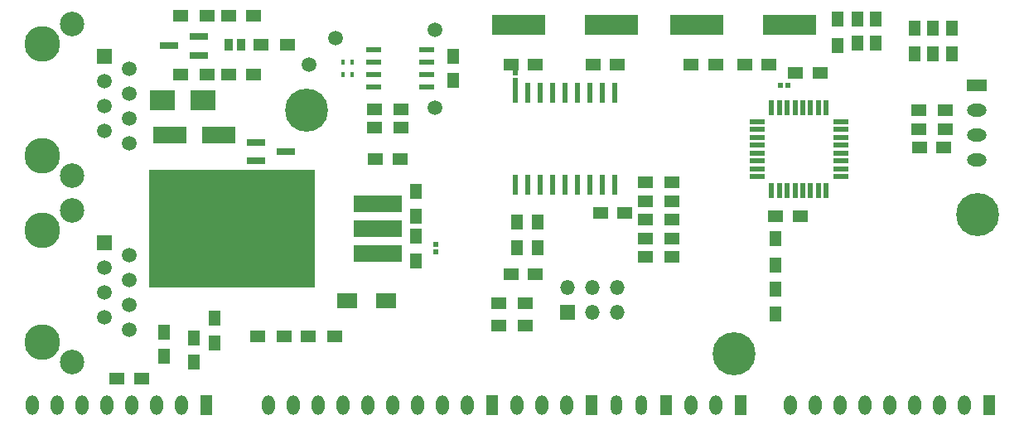
<source format=gbr>
G04 #@! TF.GenerationSoftware,KiCad,Pcbnew,(5.0.0-rc2-dev-495-g4202bb6af)*
G04 #@! TF.CreationDate,2018-05-11T16:10:11-03:00*
G04 #@! TF.ProjectId,atmega_can_shield,61746D6567615F63616E5F736869656C,rev?*
G04 #@! TF.SameCoordinates,PX6a95280PY3efb0c0*
G04 #@! TF.FileFunction,Soldermask,Top*
G04 #@! TF.FilePolarity,Negative*
%FSLAX46Y46*%
G04 Gerber Fmt 4.6, Leading zero omitted, Abs format (unit mm)*
G04 Created by KiCad (PCBNEW (5.0.0-rc2-dev-495-g4202bb6af)) date Fri May 11 16:10:11 2018*
%MOMM*%
%LPD*%
G01*
G04 APERTURE LIST*
%ADD10R,17.000000X12.000000*%
%ADD11R,5.000000X1.800000*%
%ADD12R,0.400000X0.600000*%
%ADD13C,0.700000*%
%ADD14C,4.400000*%
%ADD15R,5.500000X2.000000*%
%ADD16R,0.600000X2.000000*%
%ADD17R,1.500000X1.300000*%
%ADD18R,1.250000X1.500000*%
%ADD19R,1.500000X1.250000*%
%ADD20R,0.550000X1.600000*%
%ADD21R,1.600000X0.550000*%
%ADD22C,2.500000*%
%ADD23C,1.500000*%
%ADD24R,1.500000X1.500000*%
%ADD25C,3.650000*%
%ADD26R,2.000000X1.600000*%
%ADD27R,1.900000X0.800000*%
%ADD28R,3.500000X1.800000*%
%ADD29R,2.650000X2.030000*%
%ADD30R,2.000000X1.300000*%
%ADD31O,2.000000X1.300000*%
%ADD32O,1.500000X1.500000*%
%ADD33R,1.300000X2.000000*%
%ADD34O,1.300000X2.000000*%
%ADD35O,1.200000X2.000000*%
%ADD36R,0.970000X1.270000*%
%ADD37R,1.300000X1.500000*%
%ADD38R,1.550000X0.600000*%
%ADD39R,0.550000X0.500000*%
%ADD40R,0.500000X0.550000*%
G04 APERTURE END LIST*
D10*
X22987000Y-23876000D03*
D11*
X37846000Y-26416000D03*
X37846000Y-23876000D03*
X37846000Y-21336000D03*
D12*
X35248000Y-8128000D03*
X34348000Y-8128000D03*
X34348000Y-6858000D03*
X35248000Y-6858000D03*
D13*
X75461726Y-35512548D03*
X74295000Y-35029274D03*
X73128274Y-35512548D03*
X72645000Y-36679274D03*
X73128274Y-37846000D03*
X74295000Y-38329274D03*
X75461726Y-37846000D03*
X75945000Y-36679274D03*
D14*
X74295000Y-36679274D03*
X99187000Y-22479000D03*
D13*
X100837000Y-22479000D03*
X100353726Y-23645726D03*
X99187000Y-24129000D03*
X98020274Y-23645726D03*
X97537000Y-22479000D03*
X98020274Y-21312274D03*
X99187000Y-20829000D03*
X100353726Y-21312274D03*
X31774726Y-10644274D03*
X30608000Y-10161000D03*
X29441274Y-10644274D03*
X28958000Y-11811000D03*
X29441274Y-12977726D03*
X30608000Y-13461000D03*
X31774726Y-12977726D03*
X32258000Y-11811000D03*
D14*
X30608000Y-11811000D03*
D15*
X61773000Y-3048000D03*
X52273000Y-3048000D03*
X70434000Y-3048000D03*
X79934000Y-3048000D03*
D16*
X62103000Y-10032000D03*
X60833000Y-10032000D03*
X59563000Y-10032000D03*
X58293000Y-10032000D03*
X57023000Y-10032000D03*
X55753000Y-10032000D03*
X54483000Y-10032000D03*
X53213000Y-10032000D03*
X51943000Y-10032000D03*
X51943000Y-19432000D03*
X53213000Y-19432000D03*
X54483000Y-19432000D03*
X55753000Y-19432000D03*
X57023000Y-19432000D03*
X58293000Y-19432000D03*
X59563000Y-19432000D03*
X60833000Y-19432000D03*
X62103000Y-19432000D03*
D17*
X65245000Y-26797000D03*
X67945000Y-26797000D03*
X65245000Y-21082000D03*
X67945000Y-21082000D03*
X52959000Y-31496000D03*
X50259000Y-31496000D03*
D18*
X41783000Y-20086000D03*
X41783000Y-22586000D03*
D17*
X52959000Y-33782000D03*
X50259000Y-33782000D03*
D19*
X95718000Y-15621000D03*
X93218000Y-15621000D03*
D20*
X83699000Y-11498000D03*
X82899000Y-11498000D03*
X82099000Y-11498000D03*
X81299000Y-11498000D03*
X80499000Y-11498000D03*
X79699000Y-11498000D03*
X78899000Y-11498000D03*
X78099000Y-11498000D03*
D21*
X76649000Y-12948000D03*
X76649000Y-13748000D03*
X76649000Y-14548000D03*
X76649000Y-15348000D03*
X76649000Y-16148000D03*
X76649000Y-16948000D03*
X76649000Y-17748000D03*
X76649000Y-18548000D03*
D20*
X78099000Y-19998000D03*
X78899000Y-19998000D03*
X79699000Y-19998000D03*
X80499000Y-19998000D03*
X81299000Y-19998000D03*
X82099000Y-19998000D03*
X82899000Y-19998000D03*
X83699000Y-19998000D03*
D21*
X85149000Y-18548000D03*
X85149000Y-17748000D03*
X85149000Y-16948000D03*
X85149000Y-16148000D03*
X85149000Y-15348000D03*
X85149000Y-14548000D03*
X85149000Y-13748000D03*
X85149000Y-12948000D03*
D22*
X6621304Y-18469296D03*
X6621304Y-2969296D03*
D23*
X12461304Y-15164296D03*
X9921304Y-13894296D03*
X12461304Y-12624296D03*
X9921304Y-11354296D03*
X12461304Y-10084296D03*
X9921304Y-8814296D03*
X12461304Y-7544296D03*
D24*
X9921304Y-6274296D03*
D25*
X3571304Y-5004296D03*
X3571304Y-16434296D03*
D22*
X6621304Y-37519296D03*
X6621304Y-22019296D03*
D23*
X12461304Y-34214296D03*
X9921304Y-32944296D03*
X12461304Y-31674296D03*
X9921304Y-30404296D03*
X12461304Y-29134296D03*
X9921304Y-27864296D03*
X12461304Y-26594296D03*
D24*
X9921304Y-25324296D03*
D25*
X3571304Y-24054296D03*
X3571304Y-35484296D03*
D18*
X16002000Y-36937000D03*
X16002000Y-34437000D03*
D19*
X11196000Y-39243000D03*
X13696000Y-39243000D03*
D18*
X21209000Y-35540000D03*
X21209000Y-33040000D03*
X19050000Y-35052000D03*
X19050000Y-37552000D03*
D19*
X51475000Y-28575000D03*
X53975000Y-28575000D03*
X60619000Y-22288500D03*
X63119000Y-22288500D03*
D18*
X45593000Y-8743000D03*
X45593000Y-6243000D03*
D19*
X25126000Y-8128000D03*
X22626000Y-8128000D03*
X25126000Y-2159000D03*
X22626000Y-2159000D03*
X62337000Y-7112000D03*
X59837000Y-7112000D03*
X53955000Y-7112000D03*
X51455000Y-7112000D03*
D26*
X38703000Y-31242000D03*
X34703000Y-31242000D03*
D18*
X41783000Y-27158000D03*
X41783000Y-24658000D03*
D19*
X40112000Y-16764000D03*
X37612000Y-16764000D03*
D18*
X78486000Y-30099000D03*
X78486000Y-32599000D03*
X86868000Y-2433000D03*
X86868000Y-4933000D03*
X88773000Y-4933000D03*
X88773000Y-2433000D03*
D19*
X80538000Y-7924800D03*
X83038000Y-7924800D03*
X81006000Y-22606000D03*
X78506000Y-22606000D03*
X75331000Y-7112000D03*
X77831000Y-7112000D03*
X72370000Y-7112000D03*
X69870000Y-7112000D03*
D27*
X16558000Y-5207000D03*
X19558000Y-4257000D03*
X19558000Y-6157000D03*
D17*
X28274000Y-34925000D03*
X25574000Y-34925000D03*
D28*
X21590000Y-14351000D03*
X16590000Y-14351000D03*
D29*
X15817000Y-10795000D03*
X19997000Y-10795000D03*
D30*
X99060000Y-9271000D03*
D31*
X99060000Y-11811000D03*
X99060000Y-14351000D03*
X99060000Y-16891000D03*
D24*
X57251600Y-32461200D03*
D32*
X59791600Y-32461200D03*
X62331600Y-32461200D03*
X57251600Y-29921200D03*
X59791600Y-29921200D03*
X62331600Y-29921200D03*
D33*
X49530000Y-41910000D03*
D34*
X46990000Y-41910000D03*
X44450000Y-41910000D03*
X41910000Y-41910000D03*
X39370000Y-41910000D03*
X36830000Y-41910000D03*
X34290000Y-41910000D03*
X31750000Y-41910000D03*
X29210000Y-41910000D03*
X26670000Y-41910000D03*
D33*
X100330000Y-41910000D03*
D34*
X97790000Y-41910000D03*
X95250000Y-41910000D03*
X92710000Y-41910000D03*
X90170000Y-41910000D03*
X87630000Y-41910000D03*
X85090000Y-41910000D03*
X82550000Y-41910000D03*
X80010000Y-41910000D03*
D33*
X67310000Y-41910000D03*
D35*
X64770000Y-41910000D03*
X62230000Y-41910000D03*
D33*
X59690000Y-41910000D03*
D34*
X57150000Y-41910000D03*
X54610000Y-41910000D03*
X52070000Y-41910000D03*
D33*
X74930000Y-41910000D03*
D34*
X72390000Y-41910000D03*
X69850000Y-41910000D03*
D36*
X23881000Y-5080000D03*
X22601000Y-5080000D03*
D37*
X52070000Y-25861000D03*
X52070000Y-23161000D03*
X84836000Y-5160000D03*
X84836000Y-2460000D03*
X78486000Y-24892000D03*
X78486000Y-27592000D03*
D27*
X25424000Y-15052000D03*
X25424000Y-16952000D03*
X28424000Y-16002000D03*
D17*
X65245000Y-22987000D03*
X67945000Y-22987000D03*
X65245000Y-24892000D03*
X67945000Y-24892000D03*
X65245000Y-19177000D03*
X67945000Y-19177000D03*
X25955000Y-5080000D03*
X28655000Y-5080000D03*
X37512000Y-11684000D03*
X40212000Y-11684000D03*
X37512000Y-13589000D03*
X40212000Y-13589000D03*
X17700000Y-8128000D03*
X20400000Y-8128000D03*
X17700000Y-2159000D03*
X20400000Y-2159000D03*
D37*
X54229000Y-25861000D03*
X54229000Y-23161000D03*
D17*
X30781000Y-34925000D03*
X33481000Y-34925000D03*
D37*
X96520000Y-3349000D03*
X96520000Y-6049000D03*
D17*
X93138000Y-13716000D03*
X95838000Y-13716000D03*
X93138000Y-11811000D03*
X95838000Y-11811000D03*
D37*
X92710000Y-3349000D03*
X92710000Y-6049000D03*
X94615000Y-3349000D03*
X94615000Y-6049000D03*
D23*
X43688000Y-11557000D03*
X43688000Y-3556000D03*
X30861000Y-7112000D03*
X33528000Y-4445000D03*
D38*
X42832000Y-9398000D03*
X42832000Y-8128000D03*
X42832000Y-6858000D03*
X42832000Y-5588000D03*
X37432000Y-5588000D03*
X37432000Y-6858000D03*
X37432000Y-8128000D03*
X37432000Y-9398000D03*
D33*
X20320000Y-41910000D03*
D34*
X17780000Y-41910000D03*
X15240000Y-41910000D03*
X12700000Y-41910000D03*
X10160000Y-41910000D03*
X7620000Y-41910000D03*
X5080000Y-41910000D03*
X2540000Y-41910000D03*
D39*
X51943000Y-8763000D03*
X51943000Y-8001000D03*
X43815000Y-26289000D03*
X43815000Y-25527000D03*
D40*
X79756000Y-9271000D03*
X78994000Y-9271000D03*
M02*

</source>
